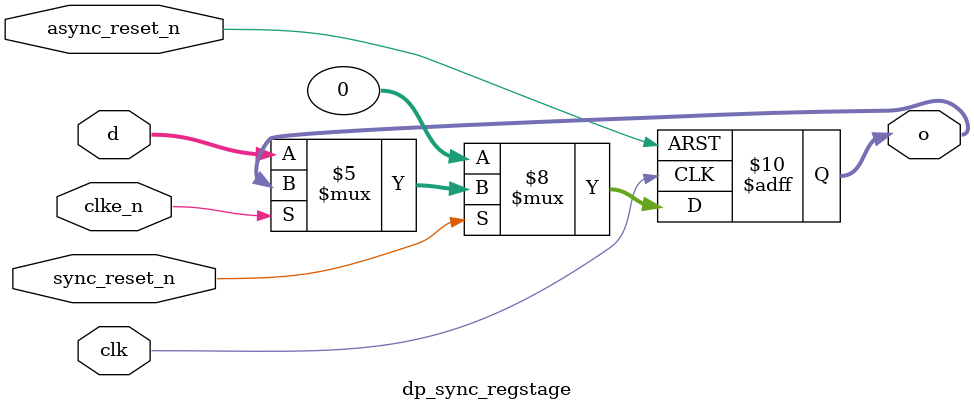
<source format=v>


`timescale 1ns/1ns


module dp_sync #
(
   parameter   dp_width = 1,
   parameter   dp_reset = {(dp_width){1'b0}}
)
(
   input                         async_reset_n,
   input                         sync_reset_n,
   input                         clk,
   input       [1:0]             sync_ctrl,
   input       [dp_width-1:0]    d,
   
   output reg  [dp_width-1:0]    o

)/* synthesis syn_noprune=1 */;

   wire        [dp_width-1:0]    dp_sync_stage_1_dout;
   wire        [dp_width-1:0]    dp_sync_stage_2_dout;

   
   // Synchronizer registers - long, unique names are used here used to
   // simplify the creation of constraints to ignore timing checks up to
   // the stage 1 register, and find these flops when special metastability
   // hardened flops are to be used.

   // The first stage synchronization register
   dp_sync_regstage #
   (
      .dp_width(dp_width),
      .dp_init(dp_reset)
   )
   dp_sync_stage_1
   (
      .clk(clk),
      .async_reset_n(async_reset_n),
      .sync_reset_n(sync_reset_n),
      .clke_n(1'b0),
      .d(d),
      .o(dp_sync_stage_1_dout)
   );


   // The second stage synchronization register
   dp_sync_regstage #
   (
      .dp_width(dp_width),
      .dp_init(dp_reset)
   )
   dp_sync_stage_2
   (
      .clk(clk),
      .async_reset_n(async_reset_n),
      .sync_reset_n(sync_reset_n),
      .clke_n(1'b0),
      .d(dp_sync_stage_1_dout),
      .o(dp_sync_stage_2_dout)
   );


   // The bypass mux
   always @* begin
           
      case (sync_ctrl)
              
         2'b00:   o = d;                              // No synchronization 
         2'b01:   o = dp_sync_stage_1_dout;   // One stage of synchronization
         2'b10:   o = dp_sync_stage_2_dout;   // Two stages of synchronization
         default: o = d;                              // No synchronization

      endcase

   end
   
endmodule


module dp_sync_regstage #
(
   parameter                     dp_width = 32,
   parameter                     dp_init  = 32'd0
)
(
   input                         async_reset_n,
   input                         sync_reset_n,
   input                         clk,
   input                         clke_n,
   input       [dp_width-1:0]    d,
   
   output reg  [dp_width-1:0]    o /* synthesis syn_keep=1 */
)/* synthesis syn_noprune=1 */;


   always @(posedge clk or negedge async_reset_n) begin

      if (async_reset_n == 1'b0)

         o <= dp_init;
         
      else if (sync_reset_n == 0)

         o <= dp_init;

      else if (clke_n == 0)

         o <= d;

   end
   
endmodule

</source>
